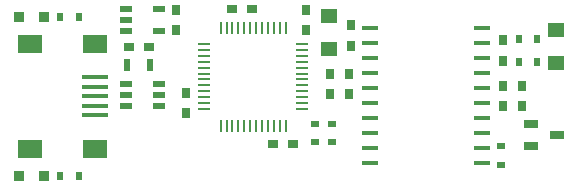
<source format=gbr>
G04 --- HEADER BEGIN --- *
%TF.GenerationSoftware,LibrePCB,LibrePCB,0.1.5*%
%TF.CreationDate,2021-01-02T14:24:37*%
%TF.ProjectId,can2usb - default,565da67e-d1db-4e60-9fc1-0ba8a5c8bd0e,v1*%
%TF.Part,Single*%
%FSLAX66Y66*%
%MOMM*%
G01*
G74*
G04 --- HEADER END --- *
G04 --- APERTURE LIST BEGIN --- *
%ADD10R,0.8X0.9*%
%ADD11R,0.9X0.8*%
%ADD12R,1.056X0.176*%
%ADD13R,0.176X1.056*%
%ADD14R,0.6X1.1*%
%ADD15R,0.65X0.6*%
%ADD16R,0.96X0.96*%
%ADD17R,0.6X0.65*%
%ADD18R,1.2X0.8*%
%ADD19R,1.48X1.28*%
%ADD20R,1.439X0.384*%
%ADD21R,0.98X0.48*%
%ADD22R,2.1X1.6*%
%ADD23R,2.2X0.4*%
G04 --- APERTURE LIST END --- *
G04 --- BOARD BEGIN --- *
D10*
X14605000Y13792000D03*
X14605000Y15492000D03*
D11*
X10580000Y12419500D03*
X12280000Y12419500D03*
D10*
X29415000Y14206000D03*
X29415000Y12506000D03*
D12*
X25263750Y8130000D03*
X25263750Y12130000D03*
X25263750Y11630000D03*
X16963750Y8130000D03*
D13*
X21863750Y5730000D03*
D12*
X16963750Y11630000D03*
X16963750Y7130000D03*
D13*
X18363750Y5730000D03*
D12*
X25263750Y9130000D03*
X25263750Y7130000D03*
D13*
X18363750Y14030000D03*
X22363750Y5730000D03*
D12*
X25263750Y11130000D03*
D13*
X22363750Y14030000D03*
X19863750Y14030000D03*
D12*
X16963750Y8630000D03*
X16963750Y11130000D03*
X16963750Y12130000D03*
D13*
X19363750Y14030000D03*
X20863750Y5730000D03*
X18863750Y14030000D03*
D12*
X16963750Y7630000D03*
D13*
X23863750Y14030000D03*
X20363750Y5730000D03*
D12*
X25263750Y8630000D03*
D13*
X21363750Y14030000D03*
X20863750Y14030000D03*
X18863750Y5730000D03*
D12*
X16963750Y9630000D03*
D13*
X23363750Y14030000D03*
D12*
X25263750Y12630000D03*
X25263750Y7630000D03*
D13*
X19363750Y5730000D03*
X22863750Y5730000D03*
X21863750Y14030000D03*
D12*
X16963750Y9130000D03*
X16963750Y10130000D03*
D13*
X20363750Y14030000D03*
D12*
X25263750Y9630000D03*
D13*
X23863750Y5730000D03*
D12*
X25263750Y10630000D03*
X16963750Y10630000D03*
D13*
X22863750Y14030000D03*
X23363750Y5730000D03*
X19863750Y5730000D03*
D12*
X16963750Y12630000D03*
X25263750Y10130000D03*
D13*
X21363750Y5730000D03*
D10*
X27666000Y10072000D03*
X27666000Y8372000D03*
D14*
X12405000Y10832000D03*
X10455000Y10832000D03*
D15*
X27825000Y5863000D03*
X27825000Y4313000D03*
D16*
X3431250Y1466500D03*
X1331250Y1466500D03*
D17*
X6331250Y1466500D03*
X4781250Y1466500D03*
D18*
X44672166Y3986300D03*
X46872166Y4936300D03*
X44672166Y5886300D03*
D19*
X27548750Y15040250D03*
X27548750Y12240250D03*
D10*
X43884000Y7418000D03*
X43884000Y9118000D03*
D20*
X31043000Y11443000D03*
X31043000Y8903000D03*
X40507000Y2553000D03*
X40507000Y12713000D03*
X31043000Y3823000D03*
X40507000Y3823000D03*
X40507000Y13983000D03*
X40507000Y5093000D03*
X40507000Y8903000D03*
X40507000Y6363000D03*
X40507000Y10173000D03*
X40507000Y7633000D03*
X31043000Y12713000D03*
X31043000Y5093000D03*
X31043000Y10173000D03*
X40507000Y11443000D03*
X31043000Y6363000D03*
X31043000Y13983000D03*
X31043000Y2553000D03*
X31043000Y7633000D03*
D17*
X6331250Y14959750D03*
X4781250Y14959750D03*
D10*
X42294000Y7418000D03*
X42294000Y9118000D03*
D17*
X43586000Y11130000D03*
X45136000Y11130000D03*
X43586000Y13038000D03*
X45136000Y13038000D03*
D10*
X25599000Y15478000D03*
X25599000Y13778000D03*
D15*
X26394000Y4313000D03*
X26394000Y5863000D03*
D10*
X15398750Y8508000D03*
X15398750Y6808000D03*
X42294000Y11234000D03*
X42294000Y12934000D03*
D16*
X3431250Y14959750D03*
X1331250Y14959750D03*
D21*
X13147500Y8292000D03*
X10347500Y8292000D03*
X13147500Y9242000D03*
X10347500Y9242000D03*
X10347500Y7342000D03*
X13147500Y7342000D03*
D10*
X29256000Y10072000D03*
X29256000Y8372000D03*
D21*
X13147500Y15592000D03*
X10347500Y13692000D03*
X10347500Y14642000D03*
X10347500Y15592000D03*
X13147500Y13692000D03*
D22*
X2250000Y3770000D03*
X7750000Y12670000D03*
X7750000Y3770000D03*
X2250000Y12670000D03*
D23*
X7750000Y9020000D03*
X7750000Y9820000D03*
X7750000Y8220000D03*
X7750000Y6620000D03*
X7750000Y7420000D03*
D19*
X46746000Y11002000D03*
X46746000Y13802000D03*
D15*
X42135000Y2405000D03*
X42135000Y3955000D03*
D11*
X21011250Y15595000D03*
X19311250Y15595000D03*
X22803750Y4165000D03*
X24503750Y4165000D03*
G04 --- BOARD END --- *
%TF.MD5,3aa2dcf22f22c95faf4cd54c0d284d90*%
M02*

</source>
